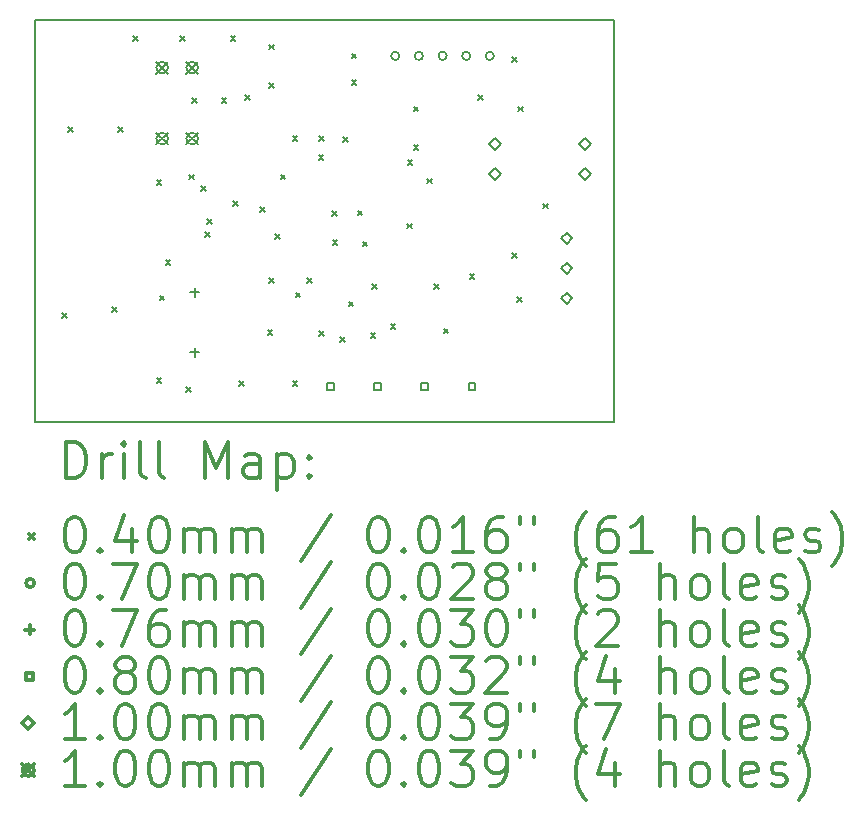
<source format=gbr>
%FSLAX45Y45*%
G04 Gerber Fmt 4.5, Leading zero omitted, Abs format (unit mm)*
G04 Created by KiCad (PCBNEW 4.0.1-stable) date 10/12/16 20:15:14*
%MOMM*%
G01*
G04 APERTURE LIST*
%ADD10C,0.127000*%
%ADD11C,0.150000*%
%ADD12C,0.200000*%
%ADD13C,0.300000*%
G04 APERTURE END LIST*
D10*
D11*
X0Y-3400000D02*
X0Y0D01*
X4900000Y-3400000D02*
X0Y-3400000D01*
X4900000Y0D02*
X4900000Y-3400000D01*
X0Y0D02*
X4900000Y0D01*
D12*
X230000Y-2480000D02*
X270000Y-2520000D01*
X270000Y-2480000D02*
X230000Y-2520000D01*
X280000Y-905000D02*
X320000Y-945000D01*
X320000Y-905000D02*
X280000Y-945000D01*
X655000Y-2430000D02*
X695000Y-2470000D01*
X695000Y-2430000D02*
X655000Y-2470000D01*
X705000Y-905000D02*
X745000Y-945000D01*
X745000Y-905000D02*
X705000Y-945000D01*
X830000Y-130000D02*
X870000Y-170000D01*
X870000Y-130000D02*
X830000Y-170000D01*
X1030000Y-1355000D02*
X1070000Y-1395000D01*
X1070000Y-1355000D02*
X1030000Y-1395000D01*
X1030000Y-3030000D02*
X1070000Y-3070000D01*
X1070000Y-3030000D02*
X1030000Y-3070000D01*
X1055000Y-2330000D02*
X1095000Y-2370000D01*
X1095000Y-2330000D02*
X1055000Y-2370000D01*
X1105000Y-2030000D02*
X1145000Y-2070000D01*
X1145000Y-2030000D02*
X1105000Y-2070000D01*
X1230000Y-130000D02*
X1270000Y-170000D01*
X1270000Y-130000D02*
X1230000Y-170000D01*
X1280000Y-3105000D02*
X1320000Y-3145000D01*
X1320000Y-3105000D02*
X1280000Y-3145000D01*
X1305000Y-1305000D02*
X1345000Y-1345000D01*
X1345000Y-1305000D02*
X1305000Y-1345000D01*
X1330000Y-655000D02*
X1370000Y-695000D01*
X1370000Y-655000D02*
X1330000Y-695000D01*
X1405000Y-1405000D02*
X1445000Y-1445000D01*
X1445000Y-1405000D02*
X1405000Y-1445000D01*
X1440000Y-1790000D02*
X1480000Y-1830000D01*
X1480000Y-1790000D02*
X1440000Y-1830000D01*
X1455000Y-1680000D02*
X1495000Y-1720000D01*
X1495000Y-1680000D02*
X1455000Y-1720000D01*
X1580000Y-655000D02*
X1620000Y-695000D01*
X1620000Y-655000D02*
X1580000Y-695000D01*
X1655000Y-130000D02*
X1695000Y-170000D01*
X1695000Y-130000D02*
X1655000Y-170000D01*
X1680000Y-1530000D02*
X1720000Y-1570000D01*
X1720000Y-1530000D02*
X1680000Y-1570000D01*
X1730000Y-3055000D02*
X1770000Y-3095000D01*
X1770000Y-3055000D02*
X1730000Y-3095000D01*
X1780000Y-630000D02*
X1820000Y-670000D01*
X1820000Y-630000D02*
X1780000Y-670000D01*
X1905000Y-1580000D02*
X1945000Y-1620000D01*
X1945000Y-1580000D02*
X1905000Y-1620000D01*
X1970000Y-2620000D02*
X2010000Y-2660000D01*
X2010000Y-2620000D02*
X1970000Y-2660000D01*
X1980000Y-205000D02*
X2020000Y-245000D01*
X2020000Y-205000D02*
X1980000Y-245000D01*
X1980000Y-530000D02*
X2020000Y-570000D01*
X2020000Y-530000D02*
X1980000Y-570000D01*
X1980000Y-2180000D02*
X2020000Y-2220000D01*
X2020000Y-2180000D02*
X1980000Y-2220000D01*
X2030000Y-1810000D02*
X2070000Y-1850000D01*
X2070000Y-1810000D02*
X2030000Y-1850000D01*
X2080000Y-1305000D02*
X2120000Y-1345000D01*
X2120000Y-1305000D02*
X2080000Y-1345000D01*
X2180000Y-980000D02*
X2220000Y-1020000D01*
X2220000Y-980000D02*
X2180000Y-1020000D01*
X2180000Y-3055000D02*
X2220000Y-3095000D01*
X2220000Y-3055000D02*
X2180000Y-3095000D01*
X2205000Y-2305000D02*
X2245000Y-2345000D01*
X2245000Y-2305000D02*
X2205000Y-2345000D01*
X2305000Y-2180000D02*
X2345000Y-2220000D01*
X2345000Y-2180000D02*
X2305000Y-2220000D01*
X2400000Y-1140000D02*
X2440000Y-1180000D01*
X2440000Y-1140000D02*
X2400000Y-1180000D01*
X2405000Y-980000D02*
X2445000Y-1020000D01*
X2445000Y-980000D02*
X2405000Y-1020000D01*
X2405000Y-2630000D02*
X2445000Y-2670000D01*
X2445000Y-2630000D02*
X2405000Y-2670000D01*
X2515625Y-1615625D02*
X2555625Y-1655625D01*
X2555625Y-1615625D02*
X2515625Y-1655625D01*
X2520000Y-1860000D02*
X2560000Y-1900000D01*
X2560000Y-1860000D02*
X2520000Y-1900000D01*
X2580000Y-2680000D02*
X2620000Y-2720000D01*
X2620000Y-2680000D02*
X2580000Y-2720000D01*
X2610000Y-990000D02*
X2650000Y-1030000D01*
X2650000Y-990000D02*
X2610000Y-1030000D01*
X2655000Y-2380000D02*
X2695000Y-2420000D01*
X2695000Y-2380000D02*
X2655000Y-2420000D01*
X2680000Y-280000D02*
X2720000Y-320000D01*
X2720000Y-280000D02*
X2680000Y-320000D01*
X2680000Y-505000D02*
X2720000Y-545000D01*
X2720000Y-505000D02*
X2680000Y-545000D01*
X2730000Y-1610000D02*
X2770000Y-1650000D01*
X2770000Y-1610000D02*
X2730000Y-1650000D01*
X2773125Y-1873125D02*
X2813125Y-1913125D01*
X2813125Y-1873125D02*
X2773125Y-1913125D01*
X2840000Y-2650000D02*
X2880000Y-2690000D01*
X2880000Y-2650000D02*
X2840000Y-2690000D01*
X2855000Y-2230000D02*
X2895000Y-2270000D01*
X2895000Y-2230000D02*
X2855000Y-2270000D01*
X3010000Y-2570000D02*
X3050000Y-2610000D01*
X3050000Y-2570000D02*
X3010000Y-2610000D01*
X3150000Y-1720000D02*
X3190000Y-1760000D01*
X3190000Y-1720000D02*
X3150000Y-1760000D01*
X3155000Y-1180000D02*
X3195000Y-1220000D01*
X3195000Y-1180000D02*
X3155000Y-1220000D01*
X3205000Y-730000D02*
X3245000Y-770000D01*
X3245000Y-730000D02*
X3205000Y-770000D01*
X3205000Y-1055000D02*
X3245000Y-1095000D01*
X3245000Y-1055000D02*
X3205000Y-1095000D01*
X3320000Y-1340000D02*
X3360000Y-1380000D01*
X3360000Y-1340000D02*
X3320000Y-1380000D01*
X3380000Y-2230000D02*
X3420000Y-2270000D01*
X3420000Y-2230000D02*
X3380000Y-2270000D01*
X3460000Y-2610000D02*
X3500000Y-2650000D01*
X3500000Y-2610000D02*
X3460000Y-2650000D01*
X3680000Y-2150000D02*
X3720000Y-2190000D01*
X3720000Y-2150000D02*
X3680000Y-2190000D01*
X3750000Y-630000D02*
X3790000Y-670000D01*
X3790000Y-630000D02*
X3750000Y-670000D01*
X4040000Y-310000D02*
X4080000Y-350000D01*
X4080000Y-310000D02*
X4040000Y-350000D01*
X4040000Y-1970000D02*
X4080000Y-2010000D01*
X4080000Y-1970000D02*
X4040000Y-2010000D01*
X4080000Y-2340000D02*
X4120000Y-2380000D01*
X4120000Y-2340000D02*
X4080000Y-2380000D01*
X4090000Y-730000D02*
X4130000Y-770000D01*
X4130000Y-730000D02*
X4090000Y-770000D01*
X4300000Y-1550000D02*
X4340000Y-1590000D01*
X4340000Y-1550000D02*
X4300000Y-1590000D01*
X3085000Y-300000D02*
G75*
G03X3085000Y-300000I-35000J0D01*
G01*
X3285000Y-300000D02*
G75*
G03X3285000Y-300000I-35000J0D01*
G01*
X3485000Y-300000D02*
G75*
G03X3485000Y-300000I-35000J0D01*
G01*
X3685000Y-300000D02*
G75*
G03X3685000Y-300000I-35000J0D01*
G01*
X3885000Y-300000D02*
G75*
G03X3885000Y-300000I-35000J0D01*
G01*
X1350000Y-2261900D02*
X1350000Y-2338100D01*
X1311900Y-2300000D02*
X1388100Y-2300000D01*
X1350000Y-2769900D02*
X1350000Y-2846100D01*
X1311900Y-2808000D02*
X1388100Y-2808000D01*
X2528288Y-3128288D02*
X2528288Y-3071712D01*
X2471712Y-3071712D01*
X2471712Y-3128288D01*
X2528288Y-3128288D01*
X2928288Y-3128288D02*
X2928288Y-3071712D01*
X2871712Y-3071712D01*
X2871712Y-3128288D01*
X2928288Y-3128288D01*
X3328288Y-3128288D02*
X3328288Y-3071712D01*
X3271712Y-3071712D01*
X3271712Y-3128288D01*
X3328288Y-3128288D01*
X3728288Y-3128288D02*
X3728288Y-3071712D01*
X3671712Y-3071712D01*
X3671712Y-3128288D01*
X3728288Y-3128288D01*
X3894000Y-1098000D02*
X3944000Y-1048000D01*
X3894000Y-998000D01*
X3844000Y-1048000D01*
X3894000Y-1098000D01*
X3894000Y-1352000D02*
X3944000Y-1302000D01*
X3894000Y-1252000D01*
X3844000Y-1302000D01*
X3894000Y-1352000D01*
X4500000Y-1896000D02*
X4550000Y-1846000D01*
X4500000Y-1796000D01*
X4450000Y-1846000D01*
X4500000Y-1896000D01*
X4500000Y-2150000D02*
X4550000Y-2100000D01*
X4500000Y-2050000D01*
X4450000Y-2100000D01*
X4500000Y-2150000D01*
X4500000Y-2404000D02*
X4550000Y-2354000D01*
X4500000Y-2304000D01*
X4450000Y-2354000D01*
X4500000Y-2404000D01*
X4656000Y-1098000D02*
X4706000Y-1048000D01*
X4656000Y-998000D01*
X4606000Y-1048000D01*
X4656000Y-1098000D01*
X4656000Y-1352000D02*
X4706000Y-1302000D01*
X4656000Y-1252000D01*
X4606000Y-1302000D01*
X4656000Y-1352000D01*
X1025962Y-349962D02*
X1126038Y-450038D01*
X1126038Y-349962D02*
X1025962Y-450038D01*
X1126038Y-400000D02*
G75*
G03X1126038Y-400000I-50038J0D01*
G01*
X1025962Y-949962D02*
X1126038Y-1050038D01*
X1126038Y-949962D02*
X1025962Y-1050038D01*
X1126038Y-1000000D02*
G75*
G03X1126038Y-1000000I-50038J0D01*
G01*
X1279962Y-349962D02*
X1380038Y-450038D01*
X1380038Y-349962D02*
X1279962Y-450038D01*
X1380038Y-400000D02*
G75*
G03X1380038Y-400000I-50038J0D01*
G01*
X1279962Y-949962D02*
X1380038Y-1050038D01*
X1380038Y-949962D02*
X1279962Y-1050038D01*
X1380038Y-1000000D02*
G75*
G03X1380038Y-1000000I-50038J0D01*
G01*
D13*
X263929Y-3873214D02*
X263929Y-3573214D01*
X335357Y-3573214D01*
X378214Y-3587500D01*
X406786Y-3616071D01*
X421071Y-3644643D01*
X435357Y-3701786D01*
X435357Y-3744643D01*
X421071Y-3801786D01*
X406786Y-3830357D01*
X378214Y-3858929D01*
X335357Y-3873214D01*
X263929Y-3873214D01*
X563929Y-3873214D02*
X563929Y-3673214D01*
X563929Y-3730357D02*
X578214Y-3701786D01*
X592500Y-3687500D01*
X621071Y-3673214D01*
X649643Y-3673214D01*
X749643Y-3873214D02*
X749643Y-3673214D01*
X749643Y-3573214D02*
X735357Y-3587500D01*
X749643Y-3601786D01*
X763928Y-3587500D01*
X749643Y-3573214D01*
X749643Y-3601786D01*
X935357Y-3873214D02*
X906786Y-3858929D01*
X892500Y-3830357D01*
X892500Y-3573214D01*
X1092500Y-3873214D02*
X1063929Y-3858929D01*
X1049643Y-3830357D01*
X1049643Y-3573214D01*
X1435357Y-3873214D02*
X1435357Y-3573214D01*
X1535357Y-3787500D01*
X1635357Y-3573214D01*
X1635357Y-3873214D01*
X1906786Y-3873214D02*
X1906786Y-3716071D01*
X1892500Y-3687500D01*
X1863928Y-3673214D01*
X1806786Y-3673214D01*
X1778214Y-3687500D01*
X1906786Y-3858929D02*
X1878214Y-3873214D01*
X1806786Y-3873214D01*
X1778214Y-3858929D01*
X1763928Y-3830357D01*
X1763928Y-3801786D01*
X1778214Y-3773214D01*
X1806786Y-3758929D01*
X1878214Y-3758929D01*
X1906786Y-3744643D01*
X2049643Y-3673214D02*
X2049643Y-3973214D01*
X2049643Y-3687500D02*
X2078214Y-3673214D01*
X2135357Y-3673214D01*
X2163929Y-3687500D01*
X2178214Y-3701786D01*
X2192500Y-3730357D01*
X2192500Y-3816071D01*
X2178214Y-3844643D01*
X2163929Y-3858929D01*
X2135357Y-3873214D01*
X2078214Y-3873214D01*
X2049643Y-3858929D01*
X2321071Y-3844643D02*
X2335357Y-3858929D01*
X2321071Y-3873214D01*
X2306786Y-3858929D01*
X2321071Y-3844643D01*
X2321071Y-3873214D01*
X2321071Y-3687500D02*
X2335357Y-3701786D01*
X2321071Y-3716071D01*
X2306786Y-3701786D01*
X2321071Y-3687500D01*
X2321071Y-3716071D01*
X-47500Y-4347500D02*
X-7500Y-4387500D01*
X-7500Y-4347500D02*
X-47500Y-4387500D01*
X321071Y-4203214D02*
X349643Y-4203214D01*
X378214Y-4217500D01*
X392500Y-4231786D01*
X406786Y-4260357D01*
X421071Y-4317500D01*
X421071Y-4388929D01*
X406786Y-4446072D01*
X392500Y-4474643D01*
X378214Y-4488929D01*
X349643Y-4503214D01*
X321071Y-4503214D01*
X292500Y-4488929D01*
X278214Y-4474643D01*
X263929Y-4446072D01*
X249643Y-4388929D01*
X249643Y-4317500D01*
X263929Y-4260357D01*
X278214Y-4231786D01*
X292500Y-4217500D01*
X321071Y-4203214D01*
X549643Y-4474643D02*
X563929Y-4488929D01*
X549643Y-4503214D01*
X535357Y-4488929D01*
X549643Y-4474643D01*
X549643Y-4503214D01*
X821071Y-4303214D02*
X821071Y-4503214D01*
X749643Y-4188929D02*
X678214Y-4403214D01*
X863928Y-4403214D01*
X1035357Y-4203214D02*
X1063929Y-4203214D01*
X1092500Y-4217500D01*
X1106786Y-4231786D01*
X1121071Y-4260357D01*
X1135357Y-4317500D01*
X1135357Y-4388929D01*
X1121071Y-4446072D01*
X1106786Y-4474643D01*
X1092500Y-4488929D01*
X1063929Y-4503214D01*
X1035357Y-4503214D01*
X1006786Y-4488929D01*
X992500Y-4474643D01*
X978214Y-4446072D01*
X963928Y-4388929D01*
X963928Y-4317500D01*
X978214Y-4260357D01*
X992500Y-4231786D01*
X1006786Y-4217500D01*
X1035357Y-4203214D01*
X1263929Y-4503214D02*
X1263929Y-4303214D01*
X1263929Y-4331786D02*
X1278214Y-4317500D01*
X1306786Y-4303214D01*
X1349643Y-4303214D01*
X1378214Y-4317500D01*
X1392500Y-4346072D01*
X1392500Y-4503214D01*
X1392500Y-4346072D02*
X1406786Y-4317500D01*
X1435357Y-4303214D01*
X1478214Y-4303214D01*
X1506786Y-4317500D01*
X1521071Y-4346072D01*
X1521071Y-4503214D01*
X1663928Y-4503214D02*
X1663928Y-4303214D01*
X1663928Y-4331786D02*
X1678214Y-4317500D01*
X1706786Y-4303214D01*
X1749643Y-4303214D01*
X1778214Y-4317500D01*
X1792500Y-4346072D01*
X1792500Y-4503214D01*
X1792500Y-4346072D02*
X1806786Y-4317500D01*
X1835357Y-4303214D01*
X1878214Y-4303214D01*
X1906786Y-4317500D01*
X1921071Y-4346072D01*
X1921071Y-4503214D01*
X2506786Y-4188929D02*
X2249643Y-4574643D01*
X2892500Y-4203214D02*
X2921071Y-4203214D01*
X2949643Y-4217500D01*
X2963928Y-4231786D01*
X2978214Y-4260357D01*
X2992500Y-4317500D01*
X2992500Y-4388929D01*
X2978214Y-4446072D01*
X2963928Y-4474643D01*
X2949643Y-4488929D01*
X2921071Y-4503214D01*
X2892500Y-4503214D01*
X2863928Y-4488929D01*
X2849643Y-4474643D01*
X2835357Y-4446072D01*
X2821071Y-4388929D01*
X2821071Y-4317500D01*
X2835357Y-4260357D01*
X2849643Y-4231786D01*
X2863928Y-4217500D01*
X2892500Y-4203214D01*
X3121071Y-4474643D02*
X3135357Y-4488929D01*
X3121071Y-4503214D01*
X3106786Y-4488929D01*
X3121071Y-4474643D01*
X3121071Y-4503214D01*
X3321071Y-4203214D02*
X3349643Y-4203214D01*
X3378214Y-4217500D01*
X3392500Y-4231786D01*
X3406785Y-4260357D01*
X3421071Y-4317500D01*
X3421071Y-4388929D01*
X3406785Y-4446072D01*
X3392500Y-4474643D01*
X3378214Y-4488929D01*
X3349643Y-4503214D01*
X3321071Y-4503214D01*
X3292500Y-4488929D01*
X3278214Y-4474643D01*
X3263928Y-4446072D01*
X3249643Y-4388929D01*
X3249643Y-4317500D01*
X3263928Y-4260357D01*
X3278214Y-4231786D01*
X3292500Y-4217500D01*
X3321071Y-4203214D01*
X3706785Y-4503214D02*
X3535357Y-4503214D01*
X3621071Y-4503214D02*
X3621071Y-4203214D01*
X3592500Y-4246072D01*
X3563928Y-4274643D01*
X3535357Y-4288929D01*
X3963928Y-4203214D02*
X3906785Y-4203214D01*
X3878214Y-4217500D01*
X3863928Y-4231786D01*
X3835357Y-4274643D01*
X3821071Y-4331786D01*
X3821071Y-4446072D01*
X3835357Y-4474643D01*
X3849643Y-4488929D01*
X3878214Y-4503214D01*
X3935357Y-4503214D01*
X3963928Y-4488929D01*
X3978214Y-4474643D01*
X3992500Y-4446072D01*
X3992500Y-4374643D01*
X3978214Y-4346072D01*
X3963928Y-4331786D01*
X3935357Y-4317500D01*
X3878214Y-4317500D01*
X3849643Y-4331786D01*
X3835357Y-4346072D01*
X3821071Y-4374643D01*
X4106786Y-4203214D02*
X4106786Y-4260357D01*
X4221071Y-4203214D02*
X4221071Y-4260357D01*
X4663928Y-4617500D02*
X4649643Y-4603214D01*
X4621071Y-4560357D01*
X4606786Y-4531786D01*
X4592500Y-4488929D01*
X4578214Y-4417500D01*
X4578214Y-4360357D01*
X4592500Y-4288929D01*
X4606786Y-4246072D01*
X4621071Y-4217500D01*
X4649643Y-4174643D01*
X4663928Y-4160357D01*
X4906786Y-4203214D02*
X4849643Y-4203214D01*
X4821071Y-4217500D01*
X4806786Y-4231786D01*
X4778214Y-4274643D01*
X4763928Y-4331786D01*
X4763928Y-4446072D01*
X4778214Y-4474643D01*
X4792500Y-4488929D01*
X4821071Y-4503214D01*
X4878214Y-4503214D01*
X4906786Y-4488929D01*
X4921071Y-4474643D01*
X4935357Y-4446072D01*
X4935357Y-4374643D01*
X4921071Y-4346072D01*
X4906786Y-4331786D01*
X4878214Y-4317500D01*
X4821071Y-4317500D01*
X4792500Y-4331786D01*
X4778214Y-4346072D01*
X4763928Y-4374643D01*
X5221071Y-4503214D02*
X5049643Y-4503214D01*
X5135357Y-4503214D02*
X5135357Y-4203214D01*
X5106786Y-4246072D01*
X5078214Y-4274643D01*
X5049643Y-4288929D01*
X5578214Y-4503214D02*
X5578214Y-4203214D01*
X5706785Y-4503214D02*
X5706785Y-4346072D01*
X5692500Y-4317500D01*
X5663928Y-4303214D01*
X5621071Y-4303214D01*
X5592500Y-4317500D01*
X5578214Y-4331786D01*
X5892500Y-4503214D02*
X5863928Y-4488929D01*
X5849643Y-4474643D01*
X5835357Y-4446072D01*
X5835357Y-4360357D01*
X5849643Y-4331786D01*
X5863928Y-4317500D01*
X5892500Y-4303214D01*
X5935357Y-4303214D01*
X5963928Y-4317500D01*
X5978214Y-4331786D01*
X5992500Y-4360357D01*
X5992500Y-4446072D01*
X5978214Y-4474643D01*
X5963928Y-4488929D01*
X5935357Y-4503214D01*
X5892500Y-4503214D01*
X6163928Y-4503214D02*
X6135357Y-4488929D01*
X6121071Y-4460357D01*
X6121071Y-4203214D01*
X6392500Y-4488929D02*
X6363928Y-4503214D01*
X6306786Y-4503214D01*
X6278214Y-4488929D01*
X6263928Y-4460357D01*
X6263928Y-4346072D01*
X6278214Y-4317500D01*
X6306786Y-4303214D01*
X6363928Y-4303214D01*
X6392500Y-4317500D01*
X6406786Y-4346072D01*
X6406786Y-4374643D01*
X6263928Y-4403214D01*
X6521071Y-4488929D02*
X6549643Y-4503214D01*
X6606786Y-4503214D01*
X6635357Y-4488929D01*
X6649643Y-4460357D01*
X6649643Y-4446072D01*
X6635357Y-4417500D01*
X6606786Y-4403214D01*
X6563928Y-4403214D01*
X6535357Y-4388929D01*
X6521071Y-4360357D01*
X6521071Y-4346072D01*
X6535357Y-4317500D01*
X6563928Y-4303214D01*
X6606786Y-4303214D01*
X6635357Y-4317500D01*
X6749643Y-4617500D02*
X6763928Y-4603214D01*
X6792500Y-4560357D01*
X6806786Y-4531786D01*
X6821071Y-4488929D01*
X6835357Y-4417500D01*
X6835357Y-4360357D01*
X6821071Y-4288929D01*
X6806786Y-4246072D01*
X6792500Y-4217500D01*
X6763928Y-4174643D01*
X6749643Y-4160357D01*
X-7500Y-4763500D02*
G75*
G03X-7500Y-4763500I-35000J0D01*
G01*
X321071Y-4599214D02*
X349643Y-4599214D01*
X378214Y-4613500D01*
X392500Y-4627786D01*
X406786Y-4656357D01*
X421071Y-4713500D01*
X421071Y-4784929D01*
X406786Y-4842072D01*
X392500Y-4870643D01*
X378214Y-4884929D01*
X349643Y-4899214D01*
X321071Y-4899214D01*
X292500Y-4884929D01*
X278214Y-4870643D01*
X263929Y-4842072D01*
X249643Y-4784929D01*
X249643Y-4713500D01*
X263929Y-4656357D01*
X278214Y-4627786D01*
X292500Y-4613500D01*
X321071Y-4599214D01*
X549643Y-4870643D02*
X563929Y-4884929D01*
X549643Y-4899214D01*
X535357Y-4884929D01*
X549643Y-4870643D01*
X549643Y-4899214D01*
X663928Y-4599214D02*
X863928Y-4599214D01*
X735357Y-4899214D01*
X1035357Y-4599214D02*
X1063929Y-4599214D01*
X1092500Y-4613500D01*
X1106786Y-4627786D01*
X1121071Y-4656357D01*
X1135357Y-4713500D01*
X1135357Y-4784929D01*
X1121071Y-4842072D01*
X1106786Y-4870643D01*
X1092500Y-4884929D01*
X1063929Y-4899214D01*
X1035357Y-4899214D01*
X1006786Y-4884929D01*
X992500Y-4870643D01*
X978214Y-4842072D01*
X963928Y-4784929D01*
X963928Y-4713500D01*
X978214Y-4656357D01*
X992500Y-4627786D01*
X1006786Y-4613500D01*
X1035357Y-4599214D01*
X1263929Y-4899214D02*
X1263929Y-4699214D01*
X1263929Y-4727786D02*
X1278214Y-4713500D01*
X1306786Y-4699214D01*
X1349643Y-4699214D01*
X1378214Y-4713500D01*
X1392500Y-4742072D01*
X1392500Y-4899214D01*
X1392500Y-4742072D02*
X1406786Y-4713500D01*
X1435357Y-4699214D01*
X1478214Y-4699214D01*
X1506786Y-4713500D01*
X1521071Y-4742072D01*
X1521071Y-4899214D01*
X1663928Y-4899214D02*
X1663928Y-4699214D01*
X1663928Y-4727786D02*
X1678214Y-4713500D01*
X1706786Y-4699214D01*
X1749643Y-4699214D01*
X1778214Y-4713500D01*
X1792500Y-4742072D01*
X1792500Y-4899214D01*
X1792500Y-4742072D02*
X1806786Y-4713500D01*
X1835357Y-4699214D01*
X1878214Y-4699214D01*
X1906786Y-4713500D01*
X1921071Y-4742072D01*
X1921071Y-4899214D01*
X2506786Y-4584929D02*
X2249643Y-4970643D01*
X2892500Y-4599214D02*
X2921071Y-4599214D01*
X2949643Y-4613500D01*
X2963928Y-4627786D01*
X2978214Y-4656357D01*
X2992500Y-4713500D01*
X2992500Y-4784929D01*
X2978214Y-4842072D01*
X2963928Y-4870643D01*
X2949643Y-4884929D01*
X2921071Y-4899214D01*
X2892500Y-4899214D01*
X2863928Y-4884929D01*
X2849643Y-4870643D01*
X2835357Y-4842072D01*
X2821071Y-4784929D01*
X2821071Y-4713500D01*
X2835357Y-4656357D01*
X2849643Y-4627786D01*
X2863928Y-4613500D01*
X2892500Y-4599214D01*
X3121071Y-4870643D02*
X3135357Y-4884929D01*
X3121071Y-4899214D01*
X3106786Y-4884929D01*
X3121071Y-4870643D01*
X3121071Y-4899214D01*
X3321071Y-4599214D02*
X3349643Y-4599214D01*
X3378214Y-4613500D01*
X3392500Y-4627786D01*
X3406785Y-4656357D01*
X3421071Y-4713500D01*
X3421071Y-4784929D01*
X3406785Y-4842072D01*
X3392500Y-4870643D01*
X3378214Y-4884929D01*
X3349643Y-4899214D01*
X3321071Y-4899214D01*
X3292500Y-4884929D01*
X3278214Y-4870643D01*
X3263928Y-4842072D01*
X3249643Y-4784929D01*
X3249643Y-4713500D01*
X3263928Y-4656357D01*
X3278214Y-4627786D01*
X3292500Y-4613500D01*
X3321071Y-4599214D01*
X3535357Y-4627786D02*
X3549643Y-4613500D01*
X3578214Y-4599214D01*
X3649643Y-4599214D01*
X3678214Y-4613500D01*
X3692500Y-4627786D01*
X3706785Y-4656357D01*
X3706785Y-4684929D01*
X3692500Y-4727786D01*
X3521071Y-4899214D01*
X3706785Y-4899214D01*
X3878214Y-4727786D02*
X3849643Y-4713500D01*
X3835357Y-4699214D01*
X3821071Y-4670643D01*
X3821071Y-4656357D01*
X3835357Y-4627786D01*
X3849643Y-4613500D01*
X3878214Y-4599214D01*
X3935357Y-4599214D01*
X3963928Y-4613500D01*
X3978214Y-4627786D01*
X3992500Y-4656357D01*
X3992500Y-4670643D01*
X3978214Y-4699214D01*
X3963928Y-4713500D01*
X3935357Y-4727786D01*
X3878214Y-4727786D01*
X3849643Y-4742072D01*
X3835357Y-4756357D01*
X3821071Y-4784929D01*
X3821071Y-4842072D01*
X3835357Y-4870643D01*
X3849643Y-4884929D01*
X3878214Y-4899214D01*
X3935357Y-4899214D01*
X3963928Y-4884929D01*
X3978214Y-4870643D01*
X3992500Y-4842072D01*
X3992500Y-4784929D01*
X3978214Y-4756357D01*
X3963928Y-4742072D01*
X3935357Y-4727786D01*
X4106786Y-4599214D02*
X4106786Y-4656357D01*
X4221071Y-4599214D02*
X4221071Y-4656357D01*
X4663928Y-5013500D02*
X4649643Y-4999214D01*
X4621071Y-4956357D01*
X4606786Y-4927786D01*
X4592500Y-4884929D01*
X4578214Y-4813500D01*
X4578214Y-4756357D01*
X4592500Y-4684929D01*
X4606786Y-4642072D01*
X4621071Y-4613500D01*
X4649643Y-4570643D01*
X4663928Y-4556357D01*
X4921071Y-4599214D02*
X4778214Y-4599214D01*
X4763928Y-4742072D01*
X4778214Y-4727786D01*
X4806786Y-4713500D01*
X4878214Y-4713500D01*
X4906786Y-4727786D01*
X4921071Y-4742072D01*
X4935357Y-4770643D01*
X4935357Y-4842072D01*
X4921071Y-4870643D01*
X4906786Y-4884929D01*
X4878214Y-4899214D01*
X4806786Y-4899214D01*
X4778214Y-4884929D01*
X4763928Y-4870643D01*
X5292500Y-4899214D02*
X5292500Y-4599214D01*
X5421071Y-4899214D02*
X5421071Y-4742072D01*
X5406786Y-4713500D01*
X5378214Y-4699214D01*
X5335357Y-4699214D01*
X5306786Y-4713500D01*
X5292500Y-4727786D01*
X5606785Y-4899214D02*
X5578214Y-4884929D01*
X5563928Y-4870643D01*
X5549643Y-4842072D01*
X5549643Y-4756357D01*
X5563928Y-4727786D01*
X5578214Y-4713500D01*
X5606785Y-4699214D01*
X5649643Y-4699214D01*
X5678214Y-4713500D01*
X5692500Y-4727786D01*
X5706785Y-4756357D01*
X5706785Y-4842072D01*
X5692500Y-4870643D01*
X5678214Y-4884929D01*
X5649643Y-4899214D01*
X5606785Y-4899214D01*
X5878214Y-4899214D02*
X5849643Y-4884929D01*
X5835357Y-4856357D01*
X5835357Y-4599214D01*
X6106786Y-4884929D02*
X6078214Y-4899214D01*
X6021071Y-4899214D01*
X5992500Y-4884929D01*
X5978214Y-4856357D01*
X5978214Y-4742072D01*
X5992500Y-4713500D01*
X6021071Y-4699214D01*
X6078214Y-4699214D01*
X6106786Y-4713500D01*
X6121071Y-4742072D01*
X6121071Y-4770643D01*
X5978214Y-4799214D01*
X6235357Y-4884929D02*
X6263928Y-4899214D01*
X6321071Y-4899214D01*
X6349643Y-4884929D01*
X6363928Y-4856357D01*
X6363928Y-4842072D01*
X6349643Y-4813500D01*
X6321071Y-4799214D01*
X6278214Y-4799214D01*
X6249643Y-4784929D01*
X6235357Y-4756357D01*
X6235357Y-4742072D01*
X6249643Y-4713500D01*
X6278214Y-4699214D01*
X6321071Y-4699214D01*
X6349643Y-4713500D01*
X6463928Y-5013500D02*
X6478214Y-4999214D01*
X6506786Y-4956357D01*
X6521071Y-4927786D01*
X6535357Y-4884929D01*
X6549643Y-4813500D01*
X6549643Y-4756357D01*
X6535357Y-4684929D01*
X6521071Y-4642072D01*
X6506786Y-4613500D01*
X6478214Y-4570643D01*
X6463928Y-4556357D01*
X-45600Y-5121400D02*
X-45600Y-5197600D01*
X-83700Y-5159500D02*
X-7500Y-5159500D01*
X321071Y-4995214D02*
X349643Y-4995214D01*
X378214Y-5009500D01*
X392500Y-5023786D01*
X406786Y-5052357D01*
X421071Y-5109500D01*
X421071Y-5180929D01*
X406786Y-5238072D01*
X392500Y-5266643D01*
X378214Y-5280929D01*
X349643Y-5295214D01*
X321071Y-5295214D01*
X292500Y-5280929D01*
X278214Y-5266643D01*
X263929Y-5238072D01*
X249643Y-5180929D01*
X249643Y-5109500D01*
X263929Y-5052357D01*
X278214Y-5023786D01*
X292500Y-5009500D01*
X321071Y-4995214D01*
X549643Y-5266643D02*
X563929Y-5280929D01*
X549643Y-5295214D01*
X535357Y-5280929D01*
X549643Y-5266643D01*
X549643Y-5295214D01*
X663928Y-4995214D02*
X863928Y-4995214D01*
X735357Y-5295214D01*
X1106786Y-4995214D02*
X1049643Y-4995214D01*
X1021071Y-5009500D01*
X1006786Y-5023786D01*
X978214Y-5066643D01*
X963928Y-5123786D01*
X963928Y-5238072D01*
X978214Y-5266643D01*
X992500Y-5280929D01*
X1021071Y-5295214D01*
X1078214Y-5295214D01*
X1106786Y-5280929D01*
X1121071Y-5266643D01*
X1135357Y-5238072D01*
X1135357Y-5166643D01*
X1121071Y-5138072D01*
X1106786Y-5123786D01*
X1078214Y-5109500D01*
X1021071Y-5109500D01*
X992500Y-5123786D01*
X978214Y-5138072D01*
X963928Y-5166643D01*
X1263929Y-5295214D02*
X1263929Y-5095214D01*
X1263929Y-5123786D02*
X1278214Y-5109500D01*
X1306786Y-5095214D01*
X1349643Y-5095214D01*
X1378214Y-5109500D01*
X1392500Y-5138072D01*
X1392500Y-5295214D01*
X1392500Y-5138072D02*
X1406786Y-5109500D01*
X1435357Y-5095214D01*
X1478214Y-5095214D01*
X1506786Y-5109500D01*
X1521071Y-5138072D01*
X1521071Y-5295214D01*
X1663928Y-5295214D02*
X1663928Y-5095214D01*
X1663928Y-5123786D02*
X1678214Y-5109500D01*
X1706786Y-5095214D01*
X1749643Y-5095214D01*
X1778214Y-5109500D01*
X1792500Y-5138072D01*
X1792500Y-5295214D01*
X1792500Y-5138072D02*
X1806786Y-5109500D01*
X1835357Y-5095214D01*
X1878214Y-5095214D01*
X1906786Y-5109500D01*
X1921071Y-5138072D01*
X1921071Y-5295214D01*
X2506786Y-4980929D02*
X2249643Y-5366643D01*
X2892500Y-4995214D02*
X2921071Y-4995214D01*
X2949643Y-5009500D01*
X2963928Y-5023786D01*
X2978214Y-5052357D01*
X2992500Y-5109500D01*
X2992500Y-5180929D01*
X2978214Y-5238072D01*
X2963928Y-5266643D01*
X2949643Y-5280929D01*
X2921071Y-5295214D01*
X2892500Y-5295214D01*
X2863928Y-5280929D01*
X2849643Y-5266643D01*
X2835357Y-5238072D01*
X2821071Y-5180929D01*
X2821071Y-5109500D01*
X2835357Y-5052357D01*
X2849643Y-5023786D01*
X2863928Y-5009500D01*
X2892500Y-4995214D01*
X3121071Y-5266643D02*
X3135357Y-5280929D01*
X3121071Y-5295214D01*
X3106786Y-5280929D01*
X3121071Y-5266643D01*
X3121071Y-5295214D01*
X3321071Y-4995214D02*
X3349643Y-4995214D01*
X3378214Y-5009500D01*
X3392500Y-5023786D01*
X3406785Y-5052357D01*
X3421071Y-5109500D01*
X3421071Y-5180929D01*
X3406785Y-5238072D01*
X3392500Y-5266643D01*
X3378214Y-5280929D01*
X3349643Y-5295214D01*
X3321071Y-5295214D01*
X3292500Y-5280929D01*
X3278214Y-5266643D01*
X3263928Y-5238072D01*
X3249643Y-5180929D01*
X3249643Y-5109500D01*
X3263928Y-5052357D01*
X3278214Y-5023786D01*
X3292500Y-5009500D01*
X3321071Y-4995214D01*
X3521071Y-4995214D02*
X3706785Y-4995214D01*
X3606785Y-5109500D01*
X3649643Y-5109500D01*
X3678214Y-5123786D01*
X3692500Y-5138072D01*
X3706785Y-5166643D01*
X3706785Y-5238072D01*
X3692500Y-5266643D01*
X3678214Y-5280929D01*
X3649643Y-5295214D01*
X3563928Y-5295214D01*
X3535357Y-5280929D01*
X3521071Y-5266643D01*
X3892500Y-4995214D02*
X3921071Y-4995214D01*
X3949643Y-5009500D01*
X3963928Y-5023786D01*
X3978214Y-5052357D01*
X3992500Y-5109500D01*
X3992500Y-5180929D01*
X3978214Y-5238072D01*
X3963928Y-5266643D01*
X3949643Y-5280929D01*
X3921071Y-5295214D01*
X3892500Y-5295214D01*
X3863928Y-5280929D01*
X3849643Y-5266643D01*
X3835357Y-5238072D01*
X3821071Y-5180929D01*
X3821071Y-5109500D01*
X3835357Y-5052357D01*
X3849643Y-5023786D01*
X3863928Y-5009500D01*
X3892500Y-4995214D01*
X4106786Y-4995214D02*
X4106786Y-5052357D01*
X4221071Y-4995214D02*
X4221071Y-5052357D01*
X4663928Y-5409500D02*
X4649643Y-5395214D01*
X4621071Y-5352357D01*
X4606786Y-5323786D01*
X4592500Y-5280929D01*
X4578214Y-5209500D01*
X4578214Y-5152357D01*
X4592500Y-5080929D01*
X4606786Y-5038072D01*
X4621071Y-5009500D01*
X4649643Y-4966643D01*
X4663928Y-4952357D01*
X4763928Y-5023786D02*
X4778214Y-5009500D01*
X4806786Y-4995214D01*
X4878214Y-4995214D01*
X4906786Y-5009500D01*
X4921071Y-5023786D01*
X4935357Y-5052357D01*
X4935357Y-5080929D01*
X4921071Y-5123786D01*
X4749643Y-5295214D01*
X4935357Y-5295214D01*
X5292500Y-5295214D02*
X5292500Y-4995214D01*
X5421071Y-5295214D02*
X5421071Y-5138072D01*
X5406786Y-5109500D01*
X5378214Y-5095214D01*
X5335357Y-5095214D01*
X5306786Y-5109500D01*
X5292500Y-5123786D01*
X5606785Y-5295214D02*
X5578214Y-5280929D01*
X5563928Y-5266643D01*
X5549643Y-5238072D01*
X5549643Y-5152357D01*
X5563928Y-5123786D01*
X5578214Y-5109500D01*
X5606785Y-5095214D01*
X5649643Y-5095214D01*
X5678214Y-5109500D01*
X5692500Y-5123786D01*
X5706785Y-5152357D01*
X5706785Y-5238072D01*
X5692500Y-5266643D01*
X5678214Y-5280929D01*
X5649643Y-5295214D01*
X5606785Y-5295214D01*
X5878214Y-5295214D02*
X5849643Y-5280929D01*
X5835357Y-5252357D01*
X5835357Y-4995214D01*
X6106786Y-5280929D02*
X6078214Y-5295214D01*
X6021071Y-5295214D01*
X5992500Y-5280929D01*
X5978214Y-5252357D01*
X5978214Y-5138072D01*
X5992500Y-5109500D01*
X6021071Y-5095214D01*
X6078214Y-5095214D01*
X6106786Y-5109500D01*
X6121071Y-5138072D01*
X6121071Y-5166643D01*
X5978214Y-5195214D01*
X6235357Y-5280929D02*
X6263928Y-5295214D01*
X6321071Y-5295214D01*
X6349643Y-5280929D01*
X6363928Y-5252357D01*
X6363928Y-5238072D01*
X6349643Y-5209500D01*
X6321071Y-5195214D01*
X6278214Y-5195214D01*
X6249643Y-5180929D01*
X6235357Y-5152357D01*
X6235357Y-5138072D01*
X6249643Y-5109500D01*
X6278214Y-5095214D01*
X6321071Y-5095214D01*
X6349643Y-5109500D01*
X6463928Y-5409500D02*
X6478214Y-5395214D01*
X6506786Y-5352357D01*
X6521071Y-5323786D01*
X6535357Y-5280929D01*
X6549643Y-5209500D01*
X6549643Y-5152357D01*
X6535357Y-5080929D01*
X6521071Y-5038072D01*
X6506786Y-5009500D01*
X6478214Y-4966643D01*
X6463928Y-4952357D01*
X-19217Y-5583788D02*
X-19217Y-5527212D01*
X-75793Y-5527212D01*
X-75793Y-5583788D01*
X-19217Y-5583788D01*
X321071Y-5391214D02*
X349643Y-5391214D01*
X378214Y-5405500D01*
X392500Y-5419786D01*
X406786Y-5448357D01*
X421071Y-5505500D01*
X421071Y-5576929D01*
X406786Y-5634071D01*
X392500Y-5662643D01*
X378214Y-5676929D01*
X349643Y-5691214D01*
X321071Y-5691214D01*
X292500Y-5676929D01*
X278214Y-5662643D01*
X263929Y-5634071D01*
X249643Y-5576929D01*
X249643Y-5505500D01*
X263929Y-5448357D01*
X278214Y-5419786D01*
X292500Y-5405500D01*
X321071Y-5391214D01*
X549643Y-5662643D02*
X563929Y-5676929D01*
X549643Y-5691214D01*
X535357Y-5676929D01*
X549643Y-5662643D01*
X549643Y-5691214D01*
X735357Y-5519786D02*
X706786Y-5505500D01*
X692500Y-5491214D01*
X678214Y-5462643D01*
X678214Y-5448357D01*
X692500Y-5419786D01*
X706786Y-5405500D01*
X735357Y-5391214D01*
X792500Y-5391214D01*
X821071Y-5405500D01*
X835357Y-5419786D01*
X849643Y-5448357D01*
X849643Y-5462643D01*
X835357Y-5491214D01*
X821071Y-5505500D01*
X792500Y-5519786D01*
X735357Y-5519786D01*
X706786Y-5534072D01*
X692500Y-5548357D01*
X678214Y-5576929D01*
X678214Y-5634071D01*
X692500Y-5662643D01*
X706786Y-5676929D01*
X735357Y-5691214D01*
X792500Y-5691214D01*
X821071Y-5676929D01*
X835357Y-5662643D01*
X849643Y-5634071D01*
X849643Y-5576929D01*
X835357Y-5548357D01*
X821071Y-5534072D01*
X792500Y-5519786D01*
X1035357Y-5391214D02*
X1063929Y-5391214D01*
X1092500Y-5405500D01*
X1106786Y-5419786D01*
X1121071Y-5448357D01*
X1135357Y-5505500D01*
X1135357Y-5576929D01*
X1121071Y-5634071D01*
X1106786Y-5662643D01*
X1092500Y-5676929D01*
X1063929Y-5691214D01*
X1035357Y-5691214D01*
X1006786Y-5676929D01*
X992500Y-5662643D01*
X978214Y-5634071D01*
X963928Y-5576929D01*
X963928Y-5505500D01*
X978214Y-5448357D01*
X992500Y-5419786D01*
X1006786Y-5405500D01*
X1035357Y-5391214D01*
X1263929Y-5691214D02*
X1263929Y-5491214D01*
X1263929Y-5519786D02*
X1278214Y-5505500D01*
X1306786Y-5491214D01*
X1349643Y-5491214D01*
X1378214Y-5505500D01*
X1392500Y-5534072D01*
X1392500Y-5691214D01*
X1392500Y-5534072D02*
X1406786Y-5505500D01*
X1435357Y-5491214D01*
X1478214Y-5491214D01*
X1506786Y-5505500D01*
X1521071Y-5534072D01*
X1521071Y-5691214D01*
X1663928Y-5691214D02*
X1663928Y-5491214D01*
X1663928Y-5519786D02*
X1678214Y-5505500D01*
X1706786Y-5491214D01*
X1749643Y-5491214D01*
X1778214Y-5505500D01*
X1792500Y-5534072D01*
X1792500Y-5691214D01*
X1792500Y-5534072D02*
X1806786Y-5505500D01*
X1835357Y-5491214D01*
X1878214Y-5491214D01*
X1906786Y-5505500D01*
X1921071Y-5534072D01*
X1921071Y-5691214D01*
X2506786Y-5376929D02*
X2249643Y-5762643D01*
X2892500Y-5391214D02*
X2921071Y-5391214D01*
X2949643Y-5405500D01*
X2963928Y-5419786D01*
X2978214Y-5448357D01*
X2992500Y-5505500D01*
X2992500Y-5576929D01*
X2978214Y-5634071D01*
X2963928Y-5662643D01*
X2949643Y-5676929D01*
X2921071Y-5691214D01*
X2892500Y-5691214D01*
X2863928Y-5676929D01*
X2849643Y-5662643D01*
X2835357Y-5634071D01*
X2821071Y-5576929D01*
X2821071Y-5505500D01*
X2835357Y-5448357D01*
X2849643Y-5419786D01*
X2863928Y-5405500D01*
X2892500Y-5391214D01*
X3121071Y-5662643D02*
X3135357Y-5676929D01*
X3121071Y-5691214D01*
X3106786Y-5676929D01*
X3121071Y-5662643D01*
X3121071Y-5691214D01*
X3321071Y-5391214D02*
X3349643Y-5391214D01*
X3378214Y-5405500D01*
X3392500Y-5419786D01*
X3406785Y-5448357D01*
X3421071Y-5505500D01*
X3421071Y-5576929D01*
X3406785Y-5634071D01*
X3392500Y-5662643D01*
X3378214Y-5676929D01*
X3349643Y-5691214D01*
X3321071Y-5691214D01*
X3292500Y-5676929D01*
X3278214Y-5662643D01*
X3263928Y-5634071D01*
X3249643Y-5576929D01*
X3249643Y-5505500D01*
X3263928Y-5448357D01*
X3278214Y-5419786D01*
X3292500Y-5405500D01*
X3321071Y-5391214D01*
X3521071Y-5391214D02*
X3706785Y-5391214D01*
X3606785Y-5505500D01*
X3649643Y-5505500D01*
X3678214Y-5519786D01*
X3692500Y-5534072D01*
X3706785Y-5562643D01*
X3706785Y-5634071D01*
X3692500Y-5662643D01*
X3678214Y-5676929D01*
X3649643Y-5691214D01*
X3563928Y-5691214D01*
X3535357Y-5676929D01*
X3521071Y-5662643D01*
X3821071Y-5419786D02*
X3835357Y-5405500D01*
X3863928Y-5391214D01*
X3935357Y-5391214D01*
X3963928Y-5405500D01*
X3978214Y-5419786D01*
X3992500Y-5448357D01*
X3992500Y-5476929D01*
X3978214Y-5519786D01*
X3806785Y-5691214D01*
X3992500Y-5691214D01*
X4106786Y-5391214D02*
X4106786Y-5448357D01*
X4221071Y-5391214D02*
X4221071Y-5448357D01*
X4663928Y-5805500D02*
X4649643Y-5791214D01*
X4621071Y-5748357D01*
X4606786Y-5719786D01*
X4592500Y-5676929D01*
X4578214Y-5605500D01*
X4578214Y-5548357D01*
X4592500Y-5476929D01*
X4606786Y-5434072D01*
X4621071Y-5405500D01*
X4649643Y-5362643D01*
X4663928Y-5348357D01*
X4906786Y-5491214D02*
X4906786Y-5691214D01*
X4835357Y-5376929D02*
X4763928Y-5591214D01*
X4949643Y-5591214D01*
X5292500Y-5691214D02*
X5292500Y-5391214D01*
X5421071Y-5691214D02*
X5421071Y-5534072D01*
X5406786Y-5505500D01*
X5378214Y-5491214D01*
X5335357Y-5491214D01*
X5306786Y-5505500D01*
X5292500Y-5519786D01*
X5606785Y-5691214D02*
X5578214Y-5676929D01*
X5563928Y-5662643D01*
X5549643Y-5634071D01*
X5549643Y-5548357D01*
X5563928Y-5519786D01*
X5578214Y-5505500D01*
X5606785Y-5491214D01*
X5649643Y-5491214D01*
X5678214Y-5505500D01*
X5692500Y-5519786D01*
X5706785Y-5548357D01*
X5706785Y-5634071D01*
X5692500Y-5662643D01*
X5678214Y-5676929D01*
X5649643Y-5691214D01*
X5606785Y-5691214D01*
X5878214Y-5691214D02*
X5849643Y-5676929D01*
X5835357Y-5648357D01*
X5835357Y-5391214D01*
X6106786Y-5676929D02*
X6078214Y-5691214D01*
X6021071Y-5691214D01*
X5992500Y-5676929D01*
X5978214Y-5648357D01*
X5978214Y-5534072D01*
X5992500Y-5505500D01*
X6021071Y-5491214D01*
X6078214Y-5491214D01*
X6106786Y-5505500D01*
X6121071Y-5534072D01*
X6121071Y-5562643D01*
X5978214Y-5591214D01*
X6235357Y-5676929D02*
X6263928Y-5691214D01*
X6321071Y-5691214D01*
X6349643Y-5676929D01*
X6363928Y-5648357D01*
X6363928Y-5634071D01*
X6349643Y-5605500D01*
X6321071Y-5591214D01*
X6278214Y-5591214D01*
X6249643Y-5576929D01*
X6235357Y-5548357D01*
X6235357Y-5534072D01*
X6249643Y-5505500D01*
X6278214Y-5491214D01*
X6321071Y-5491214D01*
X6349643Y-5505500D01*
X6463928Y-5805500D02*
X6478214Y-5791214D01*
X6506786Y-5748357D01*
X6521071Y-5719786D01*
X6535357Y-5676929D01*
X6549643Y-5605500D01*
X6549643Y-5548357D01*
X6535357Y-5476929D01*
X6521071Y-5434072D01*
X6506786Y-5405500D01*
X6478214Y-5362643D01*
X6463928Y-5348357D01*
X-57500Y-6001500D02*
X-7500Y-5951500D01*
X-57500Y-5901500D01*
X-107500Y-5951500D01*
X-57500Y-6001500D01*
X421071Y-6087214D02*
X249643Y-6087214D01*
X335357Y-6087214D02*
X335357Y-5787214D01*
X306786Y-5830071D01*
X278214Y-5858643D01*
X249643Y-5872929D01*
X549643Y-6058643D02*
X563929Y-6072929D01*
X549643Y-6087214D01*
X535357Y-6072929D01*
X549643Y-6058643D01*
X549643Y-6087214D01*
X749643Y-5787214D02*
X778214Y-5787214D01*
X806786Y-5801500D01*
X821071Y-5815786D01*
X835357Y-5844357D01*
X849643Y-5901500D01*
X849643Y-5972929D01*
X835357Y-6030071D01*
X821071Y-6058643D01*
X806786Y-6072929D01*
X778214Y-6087214D01*
X749643Y-6087214D01*
X721071Y-6072929D01*
X706786Y-6058643D01*
X692500Y-6030071D01*
X678214Y-5972929D01*
X678214Y-5901500D01*
X692500Y-5844357D01*
X706786Y-5815786D01*
X721071Y-5801500D01*
X749643Y-5787214D01*
X1035357Y-5787214D02*
X1063929Y-5787214D01*
X1092500Y-5801500D01*
X1106786Y-5815786D01*
X1121071Y-5844357D01*
X1135357Y-5901500D01*
X1135357Y-5972929D01*
X1121071Y-6030071D01*
X1106786Y-6058643D01*
X1092500Y-6072929D01*
X1063929Y-6087214D01*
X1035357Y-6087214D01*
X1006786Y-6072929D01*
X992500Y-6058643D01*
X978214Y-6030071D01*
X963928Y-5972929D01*
X963928Y-5901500D01*
X978214Y-5844357D01*
X992500Y-5815786D01*
X1006786Y-5801500D01*
X1035357Y-5787214D01*
X1263929Y-6087214D02*
X1263929Y-5887214D01*
X1263929Y-5915786D02*
X1278214Y-5901500D01*
X1306786Y-5887214D01*
X1349643Y-5887214D01*
X1378214Y-5901500D01*
X1392500Y-5930071D01*
X1392500Y-6087214D01*
X1392500Y-5930071D02*
X1406786Y-5901500D01*
X1435357Y-5887214D01*
X1478214Y-5887214D01*
X1506786Y-5901500D01*
X1521071Y-5930071D01*
X1521071Y-6087214D01*
X1663928Y-6087214D02*
X1663928Y-5887214D01*
X1663928Y-5915786D02*
X1678214Y-5901500D01*
X1706786Y-5887214D01*
X1749643Y-5887214D01*
X1778214Y-5901500D01*
X1792500Y-5930071D01*
X1792500Y-6087214D01*
X1792500Y-5930071D02*
X1806786Y-5901500D01*
X1835357Y-5887214D01*
X1878214Y-5887214D01*
X1906786Y-5901500D01*
X1921071Y-5930071D01*
X1921071Y-6087214D01*
X2506786Y-5772929D02*
X2249643Y-6158643D01*
X2892500Y-5787214D02*
X2921071Y-5787214D01*
X2949643Y-5801500D01*
X2963928Y-5815786D01*
X2978214Y-5844357D01*
X2992500Y-5901500D01*
X2992500Y-5972929D01*
X2978214Y-6030071D01*
X2963928Y-6058643D01*
X2949643Y-6072929D01*
X2921071Y-6087214D01*
X2892500Y-6087214D01*
X2863928Y-6072929D01*
X2849643Y-6058643D01*
X2835357Y-6030071D01*
X2821071Y-5972929D01*
X2821071Y-5901500D01*
X2835357Y-5844357D01*
X2849643Y-5815786D01*
X2863928Y-5801500D01*
X2892500Y-5787214D01*
X3121071Y-6058643D02*
X3135357Y-6072929D01*
X3121071Y-6087214D01*
X3106786Y-6072929D01*
X3121071Y-6058643D01*
X3121071Y-6087214D01*
X3321071Y-5787214D02*
X3349643Y-5787214D01*
X3378214Y-5801500D01*
X3392500Y-5815786D01*
X3406785Y-5844357D01*
X3421071Y-5901500D01*
X3421071Y-5972929D01*
X3406785Y-6030071D01*
X3392500Y-6058643D01*
X3378214Y-6072929D01*
X3349643Y-6087214D01*
X3321071Y-6087214D01*
X3292500Y-6072929D01*
X3278214Y-6058643D01*
X3263928Y-6030071D01*
X3249643Y-5972929D01*
X3249643Y-5901500D01*
X3263928Y-5844357D01*
X3278214Y-5815786D01*
X3292500Y-5801500D01*
X3321071Y-5787214D01*
X3521071Y-5787214D02*
X3706785Y-5787214D01*
X3606785Y-5901500D01*
X3649643Y-5901500D01*
X3678214Y-5915786D01*
X3692500Y-5930071D01*
X3706785Y-5958643D01*
X3706785Y-6030071D01*
X3692500Y-6058643D01*
X3678214Y-6072929D01*
X3649643Y-6087214D01*
X3563928Y-6087214D01*
X3535357Y-6072929D01*
X3521071Y-6058643D01*
X3849643Y-6087214D02*
X3906785Y-6087214D01*
X3935357Y-6072929D01*
X3949643Y-6058643D01*
X3978214Y-6015786D01*
X3992500Y-5958643D01*
X3992500Y-5844357D01*
X3978214Y-5815786D01*
X3963928Y-5801500D01*
X3935357Y-5787214D01*
X3878214Y-5787214D01*
X3849643Y-5801500D01*
X3835357Y-5815786D01*
X3821071Y-5844357D01*
X3821071Y-5915786D01*
X3835357Y-5944357D01*
X3849643Y-5958643D01*
X3878214Y-5972929D01*
X3935357Y-5972929D01*
X3963928Y-5958643D01*
X3978214Y-5944357D01*
X3992500Y-5915786D01*
X4106786Y-5787214D02*
X4106786Y-5844357D01*
X4221071Y-5787214D02*
X4221071Y-5844357D01*
X4663928Y-6201500D02*
X4649643Y-6187214D01*
X4621071Y-6144357D01*
X4606786Y-6115786D01*
X4592500Y-6072929D01*
X4578214Y-6001500D01*
X4578214Y-5944357D01*
X4592500Y-5872929D01*
X4606786Y-5830071D01*
X4621071Y-5801500D01*
X4649643Y-5758643D01*
X4663928Y-5744357D01*
X4749643Y-5787214D02*
X4949643Y-5787214D01*
X4821071Y-6087214D01*
X5292500Y-6087214D02*
X5292500Y-5787214D01*
X5421071Y-6087214D02*
X5421071Y-5930071D01*
X5406786Y-5901500D01*
X5378214Y-5887214D01*
X5335357Y-5887214D01*
X5306786Y-5901500D01*
X5292500Y-5915786D01*
X5606785Y-6087214D02*
X5578214Y-6072929D01*
X5563928Y-6058643D01*
X5549643Y-6030071D01*
X5549643Y-5944357D01*
X5563928Y-5915786D01*
X5578214Y-5901500D01*
X5606785Y-5887214D01*
X5649643Y-5887214D01*
X5678214Y-5901500D01*
X5692500Y-5915786D01*
X5706785Y-5944357D01*
X5706785Y-6030071D01*
X5692500Y-6058643D01*
X5678214Y-6072929D01*
X5649643Y-6087214D01*
X5606785Y-6087214D01*
X5878214Y-6087214D02*
X5849643Y-6072929D01*
X5835357Y-6044357D01*
X5835357Y-5787214D01*
X6106786Y-6072929D02*
X6078214Y-6087214D01*
X6021071Y-6087214D01*
X5992500Y-6072929D01*
X5978214Y-6044357D01*
X5978214Y-5930071D01*
X5992500Y-5901500D01*
X6021071Y-5887214D01*
X6078214Y-5887214D01*
X6106786Y-5901500D01*
X6121071Y-5930071D01*
X6121071Y-5958643D01*
X5978214Y-5987214D01*
X6235357Y-6072929D02*
X6263928Y-6087214D01*
X6321071Y-6087214D01*
X6349643Y-6072929D01*
X6363928Y-6044357D01*
X6363928Y-6030071D01*
X6349643Y-6001500D01*
X6321071Y-5987214D01*
X6278214Y-5987214D01*
X6249643Y-5972929D01*
X6235357Y-5944357D01*
X6235357Y-5930071D01*
X6249643Y-5901500D01*
X6278214Y-5887214D01*
X6321071Y-5887214D01*
X6349643Y-5901500D01*
X6463928Y-6201500D02*
X6478214Y-6187214D01*
X6506786Y-6144357D01*
X6521071Y-6115786D01*
X6535357Y-6072929D01*
X6549643Y-6001500D01*
X6549643Y-5944357D01*
X6535357Y-5872929D01*
X6521071Y-5830071D01*
X6506786Y-5801500D01*
X6478214Y-5758643D01*
X6463928Y-5744357D01*
X-107576Y-6297462D02*
X-7500Y-6397538D01*
X-7500Y-6297462D02*
X-107576Y-6397538D01*
X-7500Y-6347500D02*
G75*
G03X-7500Y-6347500I-50038J0D01*
G01*
X421071Y-6483214D02*
X249643Y-6483214D01*
X335357Y-6483214D02*
X335357Y-6183214D01*
X306786Y-6226071D01*
X278214Y-6254643D01*
X249643Y-6268929D01*
X549643Y-6454643D02*
X563929Y-6468929D01*
X549643Y-6483214D01*
X535357Y-6468929D01*
X549643Y-6454643D01*
X549643Y-6483214D01*
X749643Y-6183214D02*
X778214Y-6183214D01*
X806786Y-6197500D01*
X821071Y-6211786D01*
X835357Y-6240357D01*
X849643Y-6297500D01*
X849643Y-6368929D01*
X835357Y-6426071D01*
X821071Y-6454643D01*
X806786Y-6468929D01*
X778214Y-6483214D01*
X749643Y-6483214D01*
X721071Y-6468929D01*
X706786Y-6454643D01*
X692500Y-6426071D01*
X678214Y-6368929D01*
X678214Y-6297500D01*
X692500Y-6240357D01*
X706786Y-6211786D01*
X721071Y-6197500D01*
X749643Y-6183214D01*
X1035357Y-6183214D02*
X1063929Y-6183214D01*
X1092500Y-6197500D01*
X1106786Y-6211786D01*
X1121071Y-6240357D01*
X1135357Y-6297500D01*
X1135357Y-6368929D01*
X1121071Y-6426071D01*
X1106786Y-6454643D01*
X1092500Y-6468929D01*
X1063929Y-6483214D01*
X1035357Y-6483214D01*
X1006786Y-6468929D01*
X992500Y-6454643D01*
X978214Y-6426071D01*
X963928Y-6368929D01*
X963928Y-6297500D01*
X978214Y-6240357D01*
X992500Y-6211786D01*
X1006786Y-6197500D01*
X1035357Y-6183214D01*
X1263929Y-6483214D02*
X1263929Y-6283214D01*
X1263929Y-6311786D02*
X1278214Y-6297500D01*
X1306786Y-6283214D01*
X1349643Y-6283214D01*
X1378214Y-6297500D01*
X1392500Y-6326071D01*
X1392500Y-6483214D01*
X1392500Y-6326071D02*
X1406786Y-6297500D01*
X1435357Y-6283214D01*
X1478214Y-6283214D01*
X1506786Y-6297500D01*
X1521071Y-6326071D01*
X1521071Y-6483214D01*
X1663928Y-6483214D02*
X1663928Y-6283214D01*
X1663928Y-6311786D02*
X1678214Y-6297500D01*
X1706786Y-6283214D01*
X1749643Y-6283214D01*
X1778214Y-6297500D01*
X1792500Y-6326071D01*
X1792500Y-6483214D01*
X1792500Y-6326071D02*
X1806786Y-6297500D01*
X1835357Y-6283214D01*
X1878214Y-6283214D01*
X1906786Y-6297500D01*
X1921071Y-6326071D01*
X1921071Y-6483214D01*
X2506786Y-6168929D02*
X2249643Y-6554643D01*
X2892500Y-6183214D02*
X2921071Y-6183214D01*
X2949643Y-6197500D01*
X2963928Y-6211786D01*
X2978214Y-6240357D01*
X2992500Y-6297500D01*
X2992500Y-6368929D01*
X2978214Y-6426071D01*
X2963928Y-6454643D01*
X2949643Y-6468929D01*
X2921071Y-6483214D01*
X2892500Y-6483214D01*
X2863928Y-6468929D01*
X2849643Y-6454643D01*
X2835357Y-6426071D01*
X2821071Y-6368929D01*
X2821071Y-6297500D01*
X2835357Y-6240357D01*
X2849643Y-6211786D01*
X2863928Y-6197500D01*
X2892500Y-6183214D01*
X3121071Y-6454643D02*
X3135357Y-6468929D01*
X3121071Y-6483214D01*
X3106786Y-6468929D01*
X3121071Y-6454643D01*
X3121071Y-6483214D01*
X3321071Y-6183214D02*
X3349643Y-6183214D01*
X3378214Y-6197500D01*
X3392500Y-6211786D01*
X3406785Y-6240357D01*
X3421071Y-6297500D01*
X3421071Y-6368929D01*
X3406785Y-6426071D01*
X3392500Y-6454643D01*
X3378214Y-6468929D01*
X3349643Y-6483214D01*
X3321071Y-6483214D01*
X3292500Y-6468929D01*
X3278214Y-6454643D01*
X3263928Y-6426071D01*
X3249643Y-6368929D01*
X3249643Y-6297500D01*
X3263928Y-6240357D01*
X3278214Y-6211786D01*
X3292500Y-6197500D01*
X3321071Y-6183214D01*
X3521071Y-6183214D02*
X3706785Y-6183214D01*
X3606785Y-6297500D01*
X3649643Y-6297500D01*
X3678214Y-6311786D01*
X3692500Y-6326071D01*
X3706785Y-6354643D01*
X3706785Y-6426071D01*
X3692500Y-6454643D01*
X3678214Y-6468929D01*
X3649643Y-6483214D01*
X3563928Y-6483214D01*
X3535357Y-6468929D01*
X3521071Y-6454643D01*
X3849643Y-6483214D02*
X3906785Y-6483214D01*
X3935357Y-6468929D01*
X3949643Y-6454643D01*
X3978214Y-6411786D01*
X3992500Y-6354643D01*
X3992500Y-6240357D01*
X3978214Y-6211786D01*
X3963928Y-6197500D01*
X3935357Y-6183214D01*
X3878214Y-6183214D01*
X3849643Y-6197500D01*
X3835357Y-6211786D01*
X3821071Y-6240357D01*
X3821071Y-6311786D01*
X3835357Y-6340357D01*
X3849643Y-6354643D01*
X3878214Y-6368929D01*
X3935357Y-6368929D01*
X3963928Y-6354643D01*
X3978214Y-6340357D01*
X3992500Y-6311786D01*
X4106786Y-6183214D02*
X4106786Y-6240357D01*
X4221071Y-6183214D02*
X4221071Y-6240357D01*
X4663928Y-6597500D02*
X4649643Y-6583214D01*
X4621071Y-6540357D01*
X4606786Y-6511786D01*
X4592500Y-6468929D01*
X4578214Y-6397500D01*
X4578214Y-6340357D01*
X4592500Y-6268929D01*
X4606786Y-6226071D01*
X4621071Y-6197500D01*
X4649643Y-6154643D01*
X4663928Y-6140357D01*
X4906786Y-6283214D02*
X4906786Y-6483214D01*
X4835357Y-6168929D02*
X4763928Y-6383214D01*
X4949643Y-6383214D01*
X5292500Y-6483214D02*
X5292500Y-6183214D01*
X5421071Y-6483214D02*
X5421071Y-6326071D01*
X5406786Y-6297500D01*
X5378214Y-6283214D01*
X5335357Y-6283214D01*
X5306786Y-6297500D01*
X5292500Y-6311786D01*
X5606785Y-6483214D02*
X5578214Y-6468929D01*
X5563928Y-6454643D01*
X5549643Y-6426071D01*
X5549643Y-6340357D01*
X5563928Y-6311786D01*
X5578214Y-6297500D01*
X5606785Y-6283214D01*
X5649643Y-6283214D01*
X5678214Y-6297500D01*
X5692500Y-6311786D01*
X5706785Y-6340357D01*
X5706785Y-6426071D01*
X5692500Y-6454643D01*
X5678214Y-6468929D01*
X5649643Y-6483214D01*
X5606785Y-6483214D01*
X5878214Y-6483214D02*
X5849643Y-6468929D01*
X5835357Y-6440357D01*
X5835357Y-6183214D01*
X6106786Y-6468929D02*
X6078214Y-6483214D01*
X6021071Y-6483214D01*
X5992500Y-6468929D01*
X5978214Y-6440357D01*
X5978214Y-6326071D01*
X5992500Y-6297500D01*
X6021071Y-6283214D01*
X6078214Y-6283214D01*
X6106786Y-6297500D01*
X6121071Y-6326071D01*
X6121071Y-6354643D01*
X5978214Y-6383214D01*
X6235357Y-6468929D02*
X6263928Y-6483214D01*
X6321071Y-6483214D01*
X6349643Y-6468929D01*
X6363928Y-6440357D01*
X6363928Y-6426071D01*
X6349643Y-6397500D01*
X6321071Y-6383214D01*
X6278214Y-6383214D01*
X6249643Y-6368929D01*
X6235357Y-6340357D01*
X6235357Y-6326071D01*
X6249643Y-6297500D01*
X6278214Y-6283214D01*
X6321071Y-6283214D01*
X6349643Y-6297500D01*
X6463928Y-6597500D02*
X6478214Y-6583214D01*
X6506786Y-6540357D01*
X6521071Y-6511786D01*
X6535357Y-6468929D01*
X6549643Y-6397500D01*
X6549643Y-6340357D01*
X6535357Y-6268929D01*
X6521071Y-6226071D01*
X6506786Y-6197500D01*
X6478214Y-6154643D01*
X6463928Y-6140357D01*
M02*

</source>
